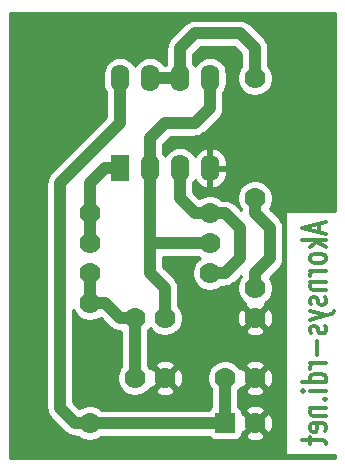
<source format=gbl>
G04 #@! TF.FileFunction,Copper,L2,Bot,Signal*
%FSLAX46Y46*%
G04 Gerber Fmt 4.6, Leading zero omitted, Abs format (unit mm)*
G04 Created by KiCad (PCBNEW 0.201412031631+5310~19~ubuntu14.04.1-product) date sáb 06 dic 2014 00:19:59 CET*
%MOMM*%
G01*
G04 APERTURE LIST*
%ADD10C,0.100000*%
%ADD11C,0.304800*%
%ADD12C,1.778000*%
%ADD13R,1.574800X2.286000*%
%ADD14O,1.574800X2.286000*%
%ADD15R,1.651000X1.651000*%
%ADD16C,1.016000*%
%ADD17C,0.254000*%
G04 APERTURE END LIST*
D10*
D11*
X157818667Y-99967144D02*
X157818667Y-100692858D01*
X158399238Y-99822001D02*
X156367238Y-100330001D01*
X158399238Y-100838001D01*
X158399238Y-101346001D02*
X156367238Y-101346001D01*
X157625143Y-101491144D02*
X158399238Y-101926573D01*
X157044571Y-101926573D02*
X157818667Y-101346001D01*
X158399238Y-102797429D02*
X158302476Y-102652287D01*
X158205714Y-102579715D01*
X158012190Y-102507144D01*
X157431619Y-102507144D01*
X157238095Y-102579715D01*
X157141333Y-102652287D01*
X157044571Y-102797429D01*
X157044571Y-103015144D01*
X157141333Y-103160287D01*
X157238095Y-103232858D01*
X157431619Y-103305429D01*
X158012190Y-103305429D01*
X158205714Y-103232858D01*
X158302476Y-103160287D01*
X158399238Y-103015144D01*
X158399238Y-102797429D01*
X158399238Y-103958572D02*
X157044571Y-103958572D01*
X157431619Y-103958572D02*
X157238095Y-104031144D01*
X157141333Y-104103715D01*
X157044571Y-104248858D01*
X157044571Y-104394001D01*
X157044571Y-104902001D02*
X158399238Y-104902001D01*
X157238095Y-104902001D02*
X157141333Y-104974573D01*
X157044571Y-105119715D01*
X157044571Y-105337430D01*
X157141333Y-105482573D01*
X157334857Y-105555144D01*
X158399238Y-105555144D01*
X158302476Y-106208287D02*
X158399238Y-106353430D01*
X158399238Y-106643715D01*
X158302476Y-106788858D01*
X158108952Y-106861430D01*
X158012190Y-106861430D01*
X157818667Y-106788858D01*
X157721905Y-106643715D01*
X157721905Y-106426001D01*
X157625143Y-106280858D01*
X157431619Y-106208287D01*
X157334857Y-106208287D01*
X157141333Y-106280858D01*
X157044571Y-106426001D01*
X157044571Y-106643715D01*
X157141333Y-106788858D01*
X157044571Y-107369429D02*
X158399238Y-107732286D01*
X157044571Y-108095144D02*
X158399238Y-107732286D01*
X158883048Y-107587144D01*
X158979810Y-107514572D01*
X159076571Y-107369429D01*
X158302476Y-108603144D02*
X158399238Y-108748287D01*
X158399238Y-109038572D01*
X158302476Y-109183715D01*
X158108952Y-109256287D01*
X158012190Y-109256287D01*
X157818667Y-109183715D01*
X157721905Y-109038572D01*
X157721905Y-108820858D01*
X157625143Y-108675715D01*
X157431619Y-108603144D01*
X157334857Y-108603144D01*
X157141333Y-108675715D01*
X157044571Y-108820858D01*
X157044571Y-109038572D01*
X157141333Y-109183715D01*
X157625143Y-109909429D02*
X157625143Y-111070572D01*
X158399238Y-111796286D02*
X157044571Y-111796286D01*
X157431619Y-111796286D02*
X157238095Y-111868858D01*
X157141333Y-111941429D01*
X157044571Y-112086572D01*
X157044571Y-112231715D01*
X158399238Y-113392858D02*
X156367238Y-113392858D01*
X158302476Y-113392858D02*
X158399238Y-113247715D01*
X158399238Y-112957429D01*
X158302476Y-112812287D01*
X158205714Y-112739715D01*
X158012190Y-112667144D01*
X157431619Y-112667144D01*
X157238095Y-112739715D01*
X157141333Y-112812287D01*
X157044571Y-112957429D01*
X157044571Y-113247715D01*
X157141333Y-113392858D01*
X158399238Y-114118572D02*
X157044571Y-114118572D01*
X156367238Y-114118572D02*
X156464000Y-114046001D01*
X156560762Y-114118572D01*
X156464000Y-114191144D01*
X156367238Y-114118572D01*
X156560762Y-114118572D01*
X158205714Y-114844286D02*
X158302476Y-114916858D01*
X158399238Y-114844286D01*
X158302476Y-114771715D01*
X158205714Y-114844286D01*
X158399238Y-114844286D01*
X157044571Y-115570000D02*
X158399238Y-115570000D01*
X157238095Y-115570000D02*
X157141333Y-115642572D01*
X157044571Y-115787714D01*
X157044571Y-116005429D01*
X157141333Y-116150572D01*
X157334857Y-116223143D01*
X158399238Y-116223143D01*
X158302476Y-117529429D02*
X158399238Y-117384286D01*
X158399238Y-117094000D01*
X158302476Y-116948857D01*
X158108952Y-116876286D01*
X157334857Y-116876286D01*
X157141333Y-116948857D01*
X157044571Y-117094000D01*
X157044571Y-117384286D01*
X157141333Y-117529429D01*
X157334857Y-117602000D01*
X157528381Y-117602000D01*
X157721905Y-116876286D01*
X157044571Y-118037429D02*
X157044571Y-118618000D01*
X156367238Y-118255143D02*
X158108952Y-118255143D01*
X158302476Y-118327715D01*
X158399238Y-118472857D01*
X158399238Y-118618000D01*
D12*
X144780000Y-107950000D03*
X142240000Y-107950000D03*
X149860000Y-113030000D03*
X152400000Y-113030000D03*
D13*
X140970000Y-95250000D03*
D14*
X143510000Y-95250000D03*
X146050000Y-95250000D03*
X148590000Y-95250000D03*
X148590000Y-87630000D03*
X146050000Y-87630000D03*
X143510000Y-87630000D03*
X140970000Y-87630000D03*
D12*
X152400000Y-105410000D03*
X152400000Y-107950000D03*
X142240000Y-113030000D03*
X144780000Y-113030000D03*
X152400000Y-97790000D03*
X152400000Y-87630000D03*
X138430000Y-101600000D03*
X148590000Y-101600000D03*
X138430000Y-99060000D03*
X148590000Y-99060000D03*
X148590000Y-104140000D03*
X138430000Y-104140000D03*
X138430000Y-116840000D03*
X138430000Y-106680000D03*
D15*
X149860000Y-116840000D03*
D12*
X152400000Y-116840000D03*
D16*
X152400000Y-85090000D02*
X152400000Y-87630000D01*
X146050000Y-87630000D02*
X146050000Y-85090000D01*
X147320000Y-83820000D02*
X151130000Y-83820000D01*
X146050000Y-85090000D02*
X147320000Y-83820000D01*
X143510000Y-87630000D02*
X146050000Y-87630000D01*
X151130000Y-83820000D02*
X152400000Y-85090000D01*
X140970000Y-107950000D02*
X139700000Y-106680000D01*
X142240000Y-113030000D02*
X142240000Y-107950000D01*
X138430000Y-106680000D02*
X139700000Y-106680000D01*
X139700000Y-106680000D02*
X138430000Y-106680000D01*
X142240000Y-107950000D02*
X140970000Y-107950000D01*
X138430000Y-104140000D02*
X138430000Y-106680000D01*
X149860000Y-104140000D02*
X148590000Y-104140000D01*
X151130000Y-100330000D02*
X151130000Y-102870000D01*
X149860000Y-99060000D02*
X151130000Y-100330000D01*
X148590000Y-99060000D02*
X149860000Y-99060000D01*
X146050000Y-97790000D02*
X147320000Y-99060000D01*
X147320000Y-99060000D02*
X148590000Y-99060000D01*
X146050000Y-95250000D02*
X146050000Y-97790000D01*
X151130000Y-102870000D02*
X149860000Y-104140000D01*
X152400000Y-105410000D02*
X152400000Y-104140000D01*
X152400000Y-99060000D02*
X152400000Y-97790000D01*
X153670000Y-100330000D02*
X152400000Y-99060000D01*
X153670000Y-102870000D02*
X153670000Y-100330000D01*
X152400000Y-104140000D02*
X153670000Y-102870000D01*
X140970000Y-95250000D02*
X139700000Y-95250000D01*
X138430000Y-96520000D02*
X138430000Y-99060000D01*
X139700000Y-95250000D02*
X138430000Y-96520000D01*
X138430000Y-101600000D02*
X138430000Y-99060000D01*
X144780000Y-91440000D02*
X147320000Y-91440000D01*
X143510000Y-104140000D02*
X143510000Y-101600000D01*
X144780000Y-105410000D02*
X143510000Y-104140000D01*
X148590000Y-101600000D02*
X143510000Y-101600000D01*
X143510000Y-101600000D02*
X143510000Y-95250000D01*
X143510000Y-95250000D02*
X143510000Y-92710000D01*
X148590000Y-90170000D02*
X148590000Y-87630000D01*
X143510000Y-92710000D02*
X144780000Y-91440000D01*
X144780000Y-107950000D02*
X144780000Y-105410000D01*
X147320000Y-91440000D02*
X148590000Y-90170000D01*
X135890000Y-96520000D02*
X140970000Y-91440000D01*
X135890000Y-115570000D02*
X135890000Y-96520000D01*
X137160000Y-116840000D02*
X135890000Y-115570000D01*
X138430000Y-116840000D02*
X149860000Y-116840000D01*
X149860000Y-116840000D02*
X149860000Y-113030000D01*
X138430000Y-116840000D02*
X137160000Y-116840000D01*
X140970000Y-91440000D02*
X140970000Y-87630000D01*
D17*
G36*
X159194500Y-119824500D02*
X154813000Y-119824500D01*
X154813000Y-102870000D01*
X154813000Y-100330000D01*
X154802694Y-100224894D01*
X154793495Y-100119743D01*
X154791818Y-100113972D01*
X154791232Y-100107990D01*
X154760727Y-100006954D01*
X154731260Y-99905526D01*
X154728491Y-99900184D01*
X154726756Y-99894437D01*
X154677206Y-99801247D01*
X154628600Y-99707477D01*
X154624851Y-99702781D01*
X154622029Y-99697473D01*
X154555305Y-99615661D01*
X154489429Y-99533140D01*
X154481177Y-99524773D01*
X154481039Y-99524603D01*
X154480881Y-99524472D01*
X154478223Y-99521777D01*
X153636937Y-98680491D01*
X153731522Y-98546410D01*
X153853084Y-98273377D01*
X153919299Y-97981932D01*
X153924065Y-97640564D01*
X153866014Y-97347384D01*
X153752123Y-97071063D01*
X153586730Y-96822127D01*
X153376135Y-96610056D01*
X153128359Y-96442929D01*
X152852840Y-96327112D01*
X152560072Y-96267015D01*
X152261208Y-96264929D01*
X151967630Y-96320932D01*
X151690520Y-96432891D01*
X151440435Y-96596542D01*
X151226899Y-96805652D01*
X151058047Y-97052255D01*
X150940309Y-97326959D01*
X150878170Y-97619299D01*
X150873997Y-97918142D01*
X150927949Y-98212104D01*
X151037971Y-98489988D01*
X151199872Y-98741210D01*
X151257000Y-98800367D01*
X151257000Y-98840554D01*
X150668223Y-98251777D01*
X150586606Y-98184736D01*
X150505757Y-98116895D01*
X150500492Y-98114001D01*
X150495846Y-98110184D01*
X150402791Y-98060288D01*
X150310276Y-98009428D01*
X150304544Y-98007609D01*
X150299250Y-98004771D01*
X150198321Y-97973913D01*
X150097643Y-97941977D01*
X150091668Y-97941306D01*
X150085922Y-97939550D01*
X150012400Y-97932081D01*
X150012400Y-95732600D01*
X150012400Y-95377000D01*
X150012400Y-95123000D01*
X150012400Y-94767400D01*
X149960293Y-94492344D01*
X149855526Y-94232738D01*
X149702125Y-93998560D01*
X149505986Y-93798808D01*
X149274646Y-93641159D01*
X149016996Y-93531672D01*
X148937060Y-93514990D01*
X148717000Y-93637148D01*
X148717000Y-95123000D01*
X150012400Y-95123000D01*
X150012400Y-95377000D01*
X148717000Y-95377000D01*
X148717000Y-96862852D01*
X148937060Y-96985010D01*
X149016996Y-96968328D01*
X149274646Y-96858841D01*
X149505986Y-96701192D01*
X149702125Y-96501440D01*
X149855526Y-96267262D01*
X149960293Y-96007656D01*
X150012400Y-95732600D01*
X150012400Y-97932081D01*
X149980921Y-97928884D01*
X149875959Y-97917111D01*
X149864208Y-97917029D01*
X149863989Y-97917007D01*
X149863784Y-97917026D01*
X149860000Y-97917000D01*
X149602821Y-97917000D01*
X149566135Y-97880056D01*
X149318359Y-97712929D01*
X149042840Y-97597112D01*
X148750072Y-97537015D01*
X148451208Y-97534929D01*
X148157630Y-97590932D01*
X147880520Y-97702891D01*
X147698468Y-97822022D01*
X147193000Y-97316554D01*
X147193000Y-96454328D01*
X147223641Y-96417812D01*
X147316825Y-96248310D01*
X147324474Y-96267262D01*
X147477875Y-96501440D01*
X147674014Y-96701192D01*
X147905354Y-96858841D01*
X148163004Y-96968328D01*
X148242940Y-96985010D01*
X148463000Y-96862852D01*
X148463000Y-95377000D01*
X148443000Y-95377000D01*
X148443000Y-95123000D01*
X148463000Y-95123000D01*
X148463000Y-93637148D01*
X148242940Y-93514990D01*
X148163004Y-93531672D01*
X147905354Y-93641159D01*
X147674014Y-93798808D01*
X147477875Y-93998560D01*
X147324474Y-94232738D01*
X147316520Y-94252446D01*
X147234747Y-94098653D01*
X147059293Y-93883525D01*
X146845396Y-93706574D01*
X146601202Y-93574539D01*
X146336013Y-93492449D01*
X146059930Y-93463432D01*
X145783469Y-93488592D01*
X145517160Y-93566971D01*
X145271146Y-93695583D01*
X145054799Y-93869531D01*
X144876359Y-94082188D01*
X144779587Y-94258214D01*
X144694747Y-94098653D01*
X144653000Y-94047466D01*
X144653000Y-93183446D01*
X145253446Y-92583000D01*
X147320000Y-92583000D01*
X147425105Y-92572694D01*
X147530257Y-92563495D01*
X147536027Y-92561818D01*
X147542010Y-92561232D01*
X147643058Y-92530723D01*
X147744473Y-92501260D01*
X147749812Y-92498492D01*
X147755563Y-92496756D01*
X147848731Y-92447217D01*
X147942523Y-92398601D01*
X147947222Y-92394849D01*
X147952527Y-92392029D01*
X148034310Y-92325327D01*
X148116860Y-92259429D01*
X148125226Y-92251177D01*
X148125397Y-92251039D01*
X148125527Y-92250881D01*
X148128223Y-92248223D01*
X149398223Y-90978223D01*
X149465241Y-90896633D01*
X149533105Y-90815757D01*
X149536000Y-90810489D01*
X149539815Y-90805846D01*
X149589689Y-90712830D01*
X149640572Y-90620276D01*
X149642390Y-90614544D01*
X149645229Y-90609250D01*
X149676086Y-90508321D01*
X149708023Y-90407643D01*
X149708693Y-90401668D01*
X149710450Y-90395922D01*
X149721116Y-90290916D01*
X149732889Y-90185959D01*
X149732970Y-90174209D01*
X149732993Y-90173990D01*
X149732973Y-90173785D01*
X149733000Y-90170000D01*
X149733000Y-88834328D01*
X149763641Y-88797812D01*
X149897378Y-88554546D01*
X149981317Y-88289937D01*
X150012261Y-88014063D01*
X150012400Y-87994203D01*
X150012400Y-87265797D01*
X149985311Y-86989518D01*
X149905074Y-86723762D01*
X149774747Y-86478653D01*
X149599293Y-86263525D01*
X149385396Y-86086574D01*
X149141202Y-85954539D01*
X148876013Y-85872449D01*
X148599930Y-85843432D01*
X148323469Y-85868592D01*
X148057160Y-85946971D01*
X147811146Y-86075583D01*
X147594799Y-86249531D01*
X147416359Y-86462188D01*
X147319587Y-86638214D01*
X147234747Y-86478653D01*
X147193000Y-86427466D01*
X147193000Y-85563446D01*
X147793446Y-84963000D01*
X150656554Y-84963000D01*
X151257000Y-85563446D01*
X151257000Y-86616174D01*
X151226899Y-86645652D01*
X151058047Y-86892255D01*
X150940309Y-87166959D01*
X150878170Y-87459299D01*
X150873997Y-87758142D01*
X150927949Y-88052104D01*
X151037971Y-88329988D01*
X151199872Y-88581210D01*
X151407486Y-88796200D01*
X151652904Y-88966770D01*
X151926779Y-89086423D01*
X152218679Y-89150602D01*
X152517486Y-89156861D01*
X152811817Y-89104962D01*
X153090462Y-88996883D01*
X153342808Y-88836739D01*
X153559243Y-88630631D01*
X153731522Y-88386410D01*
X153853084Y-88113377D01*
X153919299Y-87821932D01*
X153924065Y-87480564D01*
X153866014Y-87187384D01*
X153752123Y-86911063D01*
X153586730Y-86662127D01*
X153543000Y-86618090D01*
X153543000Y-85090000D01*
X153532694Y-84984894D01*
X153523495Y-84879743D01*
X153521818Y-84873972D01*
X153521232Y-84867990D01*
X153490727Y-84766954D01*
X153461260Y-84665526D01*
X153458491Y-84660184D01*
X153456756Y-84654437D01*
X153407206Y-84561247D01*
X153358600Y-84467477D01*
X153354851Y-84462781D01*
X153352029Y-84457473D01*
X153285305Y-84375661D01*
X153219429Y-84293140D01*
X153211177Y-84284773D01*
X153211039Y-84284603D01*
X153210881Y-84284472D01*
X153208223Y-84281777D01*
X151938223Y-83011777D01*
X151856606Y-82944736D01*
X151775757Y-82876895D01*
X151770492Y-82874001D01*
X151765846Y-82870184D01*
X151672791Y-82820288D01*
X151580276Y-82769428D01*
X151574544Y-82767609D01*
X151569250Y-82764771D01*
X151468321Y-82733913D01*
X151367643Y-82701977D01*
X151361668Y-82701306D01*
X151355922Y-82699550D01*
X151250921Y-82688884D01*
X151145959Y-82677111D01*
X151134208Y-82677029D01*
X151133989Y-82677007D01*
X151133784Y-82677026D01*
X151130000Y-82677000D01*
X147320000Y-82677000D01*
X147214894Y-82687305D01*
X147109743Y-82696505D01*
X147103972Y-82698181D01*
X147097990Y-82698768D01*
X146996954Y-82729272D01*
X146895526Y-82758740D01*
X146890184Y-82761508D01*
X146884437Y-82763244D01*
X146791247Y-82812793D01*
X146697477Y-82861400D01*
X146692781Y-82865148D01*
X146687473Y-82867971D01*
X146605661Y-82934694D01*
X146523140Y-83000571D01*
X146514773Y-83008822D01*
X146514603Y-83008961D01*
X146514472Y-83009118D01*
X146511777Y-83011777D01*
X145241777Y-84281777D01*
X145174736Y-84363393D01*
X145106895Y-84444243D01*
X145104001Y-84449507D01*
X145100184Y-84454154D01*
X145050288Y-84547208D01*
X144999428Y-84639724D01*
X144997609Y-84645455D01*
X144994771Y-84650750D01*
X144963913Y-84751678D01*
X144931977Y-84852357D01*
X144931306Y-84858331D01*
X144929550Y-84864078D01*
X144918884Y-84969078D01*
X144907111Y-85074041D01*
X144907029Y-85085791D01*
X144907007Y-85086011D01*
X144907026Y-85086215D01*
X144907000Y-85090000D01*
X144907000Y-86425671D01*
X144876359Y-86462188D01*
X144862718Y-86487000D01*
X144699185Y-86487000D01*
X144694747Y-86478653D01*
X144519293Y-86263525D01*
X144305396Y-86086574D01*
X144061202Y-85954539D01*
X143796013Y-85872449D01*
X143519930Y-85843432D01*
X143243469Y-85868592D01*
X142977160Y-85946971D01*
X142731146Y-86075583D01*
X142514799Y-86249531D01*
X142336359Y-86462188D01*
X142239587Y-86638214D01*
X142154747Y-86478653D01*
X141979293Y-86263525D01*
X141765396Y-86086574D01*
X141521202Y-85954539D01*
X141256013Y-85872449D01*
X140979930Y-85843432D01*
X140703469Y-85868592D01*
X140437160Y-85946971D01*
X140191146Y-86075583D01*
X139974799Y-86249531D01*
X139796359Y-86462188D01*
X139662622Y-86705454D01*
X139578683Y-86970063D01*
X139547739Y-87245937D01*
X139547600Y-87265797D01*
X139547600Y-87994203D01*
X139574689Y-88270482D01*
X139654926Y-88536238D01*
X139785253Y-88781347D01*
X139827000Y-88832533D01*
X139827000Y-90966554D01*
X135081777Y-95711777D01*
X135014736Y-95793393D01*
X134946895Y-95874243D01*
X134944001Y-95879507D01*
X134940184Y-95884154D01*
X134890288Y-95977208D01*
X134839428Y-96069724D01*
X134837609Y-96075455D01*
X134834771Y-96080750D01*
X134803913Y-96181678D01*
X134771977Y-96282357D01*
X134771306Y-96288331D01*
X134769550Y-96294078D01*
X134758884Y-96399078D01*
X134747111Y-96504041D01*
X134747029Y-96515791D01*
X134747007Y-96516011D01*
X134747026Y-96516215D01*
X134747000Y-96520000D01*
X134747000Y-115570000D01*
X134757305Y-115675105D01*
X134766505Y-115780257D01*
X134768181Y-115786027D01*
X134768768Y-115792010D01*
X134799276Y-115893058D01*
X134828740Y-115994473D01*
X134831507Y-115999812D01*
X134833244Y-116005563D01*
X134882782Y-116098731D01*
X134931399Y-116192523D01*
X134935150Y-116197222D01*
X134937971Y-116202527D01*
X135004672Y-116284310D01*
X135070571Y-116366860D01*
X135078822Y-116375226D01*
X135078961Y-116375397D01*
X135079118Y-116375527D01*
X135081777Y-116378223D01*
X136351777Y-117648223D01*
X136433366Y-117715241D01*
X136514243Y-117783105D01*
X136519510Y-117786000D01*
X136524154Y-117789815D01*
X136617169Y-117839689D01*
X136709724Y-117890572D01*
X136715455Y-117892390D01*
X136720750Y-117895229D01*
X136821678Y-117926086D01*
X136922357Y-117958023D01*
X136928331Y-117958693D01*
X136934078Y-117960450D01*
X137039083Y-117971116D01*
X137144041Y-117982889D01*
X137155790Y-117982970D01*
X137156010Y-117982993D01*
X137156214Y-117982973D01*
X137160000Y-117983000D01*
X137415081Y-117983000D01*
X137437486Y-118006200D01*
X137682904Y-118176770D01*
X137956779Y-118296423D01*
X138248679Y-118360602D01*
X138547486Y-118366861D01*
X138841817Y-118314962D01*
X139120462Y-118206883D01*
X139372808Y-118046739D01*
X139439740Y-117983000D01*
X148487043Y-117983000D01*
X148557174Y-118088934D01*
X148693708Y-118204942D01*
X148857111Y-118278419D01*
X149034500Y-118303572D01*
X150685500Y-118303572D01*
X150788543Y-118295197D01*
X150959541Y-118241727D01*
X151108934Y-118142826D01*
X151224942Y-118006292D01*
X151298419Y-117842889D01*
X151317533Y-117708088D01*
X151343769Y-117716626D01*
X152220395Y-116840000D01*
X151343769Y-115963374D01*
X151320044Y-115971094D01*
X151315197Y-115911457D01*
X151261727Y-115740459D01*
X151162826Y-115591066D01*
X151026292Y-115475058D01*
X151003000Y-115464584D01*
X151003000Y-114046098D01*
X151019243Y-114030631D01*
X151150977Y-113843885D01*
X151343769Y-113906626D01*
X152220395Y-113030000D01*
X151343769Y-112153374D01*
X151149383Y-112216633D01*
X151046730Y-112062127D01*
X150836135Y-111850056D01*
X150588359Y-111682929D01*
X150312840Y-111567112D01*
X150020072Y-111507015D01*
X149721208Y-111504929D01*
X149427630Y-111560932D01*
X149150520Y-111672891D01*
X148900435Y-111836542D01*
X148686899Y-112045652D01*
X148518047Y-112292255D01*
X148400309Y-112566959D01*
X148338170Y-112859299D01*
X148333997Y-113158142D01*
X148387949Y-113452104D01*
X148497971Y-113729988D01*
X148659872Y-113981210D01*
X148717000Y-114040367D01*
X148717000Y-115467043D01*
X148611066Y-115537174D01*
X148495058Y-115673708D01*
X148484584Y-115697000D01*
X146309908Y-115697000D01*
X146309908Y-112963012D01*
X146267443Y-112665829D01*
X146167816Y-112382641D01*
X146089289Y-112235727D01*
X145836231Y-112153374D01*
X145656626Y-112332979D01*
X145656626Y-111973769D01*
X145574273Y-111720711D01*
X145303582Y-111590914D01*
X145012770Y-111516420D01*
X144713012Y-111500092D01*
X144415829Y-111542557D01*
X144132641Y-111642184D01*
X143985727Y-111720711D01*
X143903374Y-111973769D01*
X144780000Y-112850395D01*
X145656626Y-111973769D01*
X145656626Y-112332979D01*
X144959605Y-113030000D01*
X145836231Y-113906626D01*
X146089289Y-113824273D01*
X146219086Y-113553582D01*
X146293580Y-113262770D01*
X146309908Y-112963012D01*
X146309908Y-115697000D01*
X145656626Y-115697000D01*
X145656626Y-114086231D01*
X144780000Y-113209605D01*
X143903374Y-114086231D01*
X143985727Y-114339289D01*
X144256418Y-114469086D01*
X144547230Y-114543580D01*
X144846988Y-114559908D01*
X145144171Y-114517443D01*
X145427359Y-114417816D01*
X145574273Y-114339289D01*
X145656626Y-114086231D01*
X145656626Y-115697000D01*
X139442821Y-115697000D01*
X139406135Y-115660056D01*
X139158359Y-115492929D01*
X138882840Y-115377112D01*
X138590072Y-115317015D01*
X138291208Y-115314929D01*
X137997630Y-115370932D01*
X137720520Y-115482891D01*
X137538468Y-115602022D01*
X137033000Y-115096554D01*
X137033000Y-107291661D01*
X137067971Y-107379988D01*
X137229872Y-107631210D01*
X137437486Y-107846200D01*
X137682904Y-108016770D01*
X137956779Y-108136423D01*
X138248679Y-108200602D01*
X138547486Y-108206861D01*
X138841817Y-108154962D01*
X139120462Y-108046883D01*
X139322328Y-107918774D01*
X140161777Y-108758223D01*
X140243366Y-108825241D01*
X140324243Y-108893105D01*
X140329510Y-108896000D01*
X140334154Y-108899815D01*
X140427169Y-108949689D01*
X140519724Y-109000572D01*
X140525455Y-109002390D01*
X140530750Y-109005229D01*
X140631678Y-109036086D01*
X140732357Y-109068023D01*
X140738331Y-109068693D01*
X140744078Y-109070450D01*
X140849083Y-109081116D01*
X140954041Y-109092889D01*
X140965790Y-109092970D01*
X140966010Y-109092993D01*
X140966214Y-109092973D01*
X140970000Y-109093000D01*
X141097000Y-109093000D01*
X141097000Y-112016174D01*
X141066899Y-112045652D01*
X140898047Y-112292255D01*
X140780309Y-112566959D01*
X140718170Y-112859299D01*
X140713997Y-113158142D01*
X140767949Y-113452104D01*
X140877971Y-113729988D01*
X141039872Y-113981210D01*
X141247486Y-114196200D01*
X141492904Y-114366770D01*
X141766779Y-114486423D01*
X142058679Y-114550602D01*
X142357486Y-114556861D01*
X142651817Y-114504962D01*
X142930462Y-114396883D01*
X143182808Y-114236739D01*
X143399243Y-114030631D01*
X143530977Y-113843885D01*
X143723769Y-113906626D01*
X144600395Y-113030000D01*
X143723769Y-112153374D01*
X143529383Y-112216633D01*
X143426730Y-112062127D01*
X143383000Y-112018090D01*
X143383000Y-108966098D01*
X143399243Y-108950631D01*
X143510280Y-108793225D01*
X143579872Y-108901210D01*
X143787486Y-109116200D01*
X144032904Y-109286770D01*
X144306779Y-109406423D01*
X144598679Y-109470602D01*
X144897486Y-109476861D01*
X145191817Y-109424962D01*
X145470462Y-109316883D01*
X145722808Y-109156739D01*
X145939243Y-108950631D01*
X146111522Y-108706410D01*
X146233084Y-108433377D01*
X146299299Y-108141932D01*
X146304065Y-107800564D01*
X146246014Y-107507384D01*
X146132123Y-107231063D01*
X145966730Y-106982127D01*
X145923000Y-106938090D01*
X145923000Y-105410000D01*
X145912694Y-105304894D01*
X145903495Y-105199743D01*
X145901818Y-105193972D01*
X145901232Y-105187990D01*
X145870727Y-105086954D01*
X145841260Y-104985526D01*
X145838491Y-104980184D01*
X145836756Y-104974437D01*
X145787206Y-104881247D01*
X145738600Y-104787477D01*
X145734851Y-104782781D01*
X145732029Y-104777473D01*
X145665305Y-104695661D01*
X145599429Y-104613140D01*
X145591177Y-104604773D01*
X145591039Y-104604603D01*
X145590881Y-104604472D01*
X145588223Y-104601777D01*
X144653000Y-103666554D01*
X144653000Y-102743000D01*
X147575081Y-102743000D01*
X147597486Y-102766200D01*
X147747110Y-102870191D01*
X147630435Y-102946542D01*
X147416899Y-103155652D01*
X147248047Y-103402255D01*
X147130309Y-103676959D01*
X147068170Y-103969299D01*
X147063997Y-104268142D01*
X147117949Y-104562104D01*
X147227971Y-104839988D01*
X147389872Y-105091210D01*
X147597486Y-105306200D01*
X147842904Y-105476770D01*
X148116779Y-105596423D01*
X148408679Y-105660602D01*
X148707486Y-105666861D01*
X149001817Y-105614962D01*
X149280462Y-105506883D01*
X149532808Y-105346739D01*
X149599740Y-105283000D01*
X149860000Y-105283000D01*
X149965105Y-105272694D01*
X150070257Y-105263495D01*
X150076027Y-105261818D01*
X150082010Y-105261232D01*
X150183058Y-105230723D01*
X150284473Y-105201260D01*
X150289812Y-105198492D01*
X150295563Y-105196756D01*
X150388731Y-105147217D01*
X150482523Y-105098601D01*
X150487222Y-105094849D01*
X150492527Y-105092029D01*
X150574310Y-105025327D01*
X150656860Y-104959429D01*
X150665226Y-104951177D01*
X150665397Y-104951039D01*
X150665527Y-104950881D01*
X150668223Y-104948223D01*
X151257000Y-104359446D01*
X151257000Y-104396174D01*
X151226899Y-104425652D01*
X151058047Y-104672255D01*
X150940309Y-104946959D01*
X150878170Y-105239299D01*
X150873997Y-105538142D01*
X150927949Y-105832104D01*
X151037971Y-106109988D01*
X151199872Y-106361210D01*
X151407486Y-106576200D01*
X151586280Y-106700465D01*
X151523374Y-106893769D01*
X152400000Y-107770395D01*
X153276626Y-106893769D01*
X153213232Y-106698970D01*
X153342808Y-106616739D01*
X153559243Y-106410631D01*
X153731522Y-106166410D01*
X153853084Y-105893377D01*
X153919299Y-105601932D01*
X153924065Y-105260564D01*
X153866014Y-104967384D01*
X153752123Y-104691063D01*
X153637661Y-104518784D01*
X154478223Y-103678223D01*
X154545241Y-103596633D01*
X154613105Y-103515757D01*
X154616000Y-103510489D01*
X154619815Y-103505846D01*
X154669689Y-103412830D01*
X154720572Y-103320276D01*
X154722390Y-103314544D01*
X154725229Y-103309250D01*
X154756086Y-103208321D01*
X154788023Y-103107643D01*
X154788693Y-103101668D01*
X154790450Y-103095922D01*
X154801116Y-102990916D01*
X154812889Y-102885959D01*
X154812970Y-102874209D01*
X154812993Y-102873990D01*
X154812973Y-102873785D01*
X154813000Y-102870000D01*
X154813000Y-119824500D01*
X153929908Y-119824500D01*
X153929908Y-116773012D01*
X153929908Y-112963012D01*
X153929908Y-107883012D01*
X153887443Y-107585829D01*
X153787816Y-107302641D01*
X153709289Y-107155727D01*
X153456231Y-107073374D01*
X152579605Y-107950000D01*
X153456231Y-108826626D01*
X153709289Y-108744273D01*
X153839086Y-108473582D01*
X153913580Y-108182770D01*
X153929908Y-107883012D01*
X153929908Y-112963012D01*
X153887443Y-112665829D01*
X153787816Y-112382641D01*
X153709289Y-112235727D01*
X153456231Y-112153374D01*
X153276626Y-112332979D01*
X153276626Y-111973769D01*
X153276626Y-109006231D01*
X152400000Y-108129605D01*
X152220395Y-108309210D01*
X152220395Y-107950000D01*
X151343769Y-107073374D01*
X151090711Y-107155727D01*
X150960914Y-107426418D01*
X150886420Y-107717230D01*
X150870092Y-108016988D01*
X150912557Y-108314171D01*
X151012184Y-108597359D01*
X151090711Y-108744273D01*
X151343769Y-108826626D01*
X152220395Y-107950000D01*
X152220395Y-108309210D01*
X151523374Y-109006231D01*
X151605727Y-109259289D01*
X151876418Y-109389086D01*
X152167230Y-109463580D01*
X152466988Y-109479908D01*
X152764171Y-109437443D01*
X153047359Y-109337816D01*
X153194273Y-109259289D01*
X153276626Y-109006231D01*
X153276626Y-111973769D01*
X153194273Y-111720711D01*
X152923582Y-111590914D01*
X152632770Y-111516420D01*
X152333012Y-111500092D01*
X152035829Y-111542557D01*
X151752641Y-111642184D01*
X151605727Y-111720711D01*
X151523374Y-111973769D01*
X152400000Y-112850395D01*
X153276626Y-111973769D01*
X153276626Y-112332979D01*
X152579605Y-113030000D01*
X153456231Y-113906626D01*
X153709289Y-113824273D01*
X153839086Y-113553582D01*
X153913580Y-113262770D01*
X153929908Y-112963012D01*
X153929908Y-116773012D01*
X153887443Y-116475829D01*
X153787816Y-116192641D01*
X153709289Y-116045727D01*
X153456231Y-115963374D01*
X153276626Y-116142979D01*
X153276626Y-115783769D01*
X153276626Y-114086231D01*
X152400000Y-113209605D01*
X151523374Y-114086231D01*
X151605727Y-114339289D01*
X151876418Y-114469086D01*
X152167230Y-114543580D01*
X152466988Y-114559908D01*
X152764171Y-114517443D01*
X153047359Y-114417816D01*
X153194273Y-114339289D01*
X153276626Y-114086231D01*
X153276626Y-115783769D01*
X153194273Y-115530711D01*
X152923582Y-115400914D01*
X152632770Y-115326420D01*
X152333012Y-115310092D01*
X152035829Y-115352557D01*
X151752641Y-115452184D01*
X151605727Y-115530711D01*
X151523374Y-115783769D01*
X152400000Y-116660395D01*
X153276626Y-115783769D01*
X153276626Y-116142979D01*
X152579605Y-116840000D01*
X153456231Y-117716626D01*
X153709289Y-117634273D01*
X153839086Y-117363582D01*
X153913580Y-117072770D01*
X153929908Y-116773012D01*
X153929908Y-119824500D01*
X153276626Y-119824500D01*
X153276626Y-117896231D01*
X152400000Y-117019605D01*
X151523374Y-117896231D01*
X151605727Y-118149289D01*
X151876418Y-118279086D01*
X152167230Y-118353580D01*
X152466988Y-118369908D01*
X152764171Y-118327443D01*
X153047359Y-118227816D01*
X153194273Y-118149289D01*
X153276626Y-117896231D01*
X153276626Y-119824500D01*
X131635500Y-119824500D01*
X131635500Y-82105500D01*
X159194500Y-82105500D01*
X159194500Y-98889457D01*
X154965400Y-98889457D01*
X154965400Y-119550542D01*
X159194500Y-119550542D01*
X159194500Y-119824500D01*
X159194500Y-119824500D01*
G37*
X159194500Y-119824500D02*
X154813000Y-119824500D01*
X154813000Y-102870000D01*
X154813000Y-100330000D01*
X154802694Y-100224894D01*
X154793495Y-100119743D01*
X154791818Y-100113972D01*
X154791232Y-100107990D01*
X154760727Y-100006954D01*
X154731260Y-99905526D01*
X154728491Y-99900184D01*
X154726756Y-99894437D01*
X154677206Y-99801247D01*
X154628600Y-99707477D01*
X154624851Y-99702781D01*
X154622029Y-99697473D01*
X154555305Y-99615661D01*
X154489429Y-99533140D01*
X154481177Y-99524773D01*
X154481039Y-99524603D01*
X154480881Y-99524472D01*
X154478223Y-99521777D01*
X153636937Y-98680491D01*
X153731522Y-98546410D01*
X153853084Y-98273377D01*
X153919299Y-97981932D01*
X153924065Y-97640564D01*
X153866014Y-97347384D01*
X153752123Y-97071063D01*
X153586730Y-96822127D01*
X153376135Y-96610056D01*
X153128359Y-96442929D01*
X152852840Y-96327112D01*
X152560072Y-96267015D01*
X152261208Y-96264929D01*
X151967630Y-96320932D01*
X151690520Y-96432891D01*
X151440435Y-96596542D01*
X151226899Y-96805652D01*
X151058047Y-97052255D01*
X150940309Y-97326959D01*
X150878170Y-97619299D01*
X150873997Y-97918142D01*
X150927949Y-98212104D01*
X151037971Y-98489988D01*
X151199872Y-98741210D01*
X151257000Y-98800367D01*
X151257000Y-98840554D01*
X150668223Y-98251777D01*
X150586606Y-98184736D01*
X150505757Y-98116895D01*
X150500492Y-98114001D01*
X150495846Y-98110184D01*
X150402791Y-98060288D01*
X150310276Y-98009428D01*
X150304544Y-98007609D01*
X150299250Y-98004771D01*
X150198321Y-97973913D01*
X150097643Y-97941977D01*
X150091668Y-97941306D01*
X150085922Y-97939550D01*
X150012400Y-97932081D01*
X150012400Y-95732600D01*
X150012400Y-95377000D01*
X150012400Y-95123000D01*
X150012400Y-94767400D01*
X149960293Y-94492344D01*
X149855526Y-94232738D01*
X149702125Y-93998560D01*
X149505986Y-93798808D01*
X149274646Y-93641159D01*
X149016996Y-93531672D01*
X148937060Y-93514990D01*
X148717000Y-93637148D01*
X148717000Y-95123000D01*
X150012400Y-95123000D01*
X150012400Y-95377000D01*
X148717000Y-95377000D01*
X148717000Y-96862852D01*
X148937060Y-96985010D01*
X149016996Y-96968328D01*
X149274646Y-96858841D01*
X149505986Y-96701192D01*
X149702125Y-96501440D01*
X149855526Y-96267262D01*
X149960293Y-96007656D01*
X150012400Y-95732600D01*
X150012400Y-97932081D01*
X149980921Y-97928884D01*
X149875959Y-97917111D01*
X149864208Y-97917029D01*
X149863989Y-97917007D01*
X149863784Y-97917026D01*
X149860000Y-97917000D01*
X149602821Y-97917000D01*
X149566135Y-97880056D01*
X149318359Y-97712929D01*
X149042840Y-97597112D01*
X148750072Y-97537015D01*
X148451208Y-97534929D01*
X148157630Y-97590932D01*
X147880520Y-97702891D01*
X147698468Y-97822022D01*
X147193000Y-97316554D01*
X147193000Y-96454328D01*
X147223641Y-96417812D01*
X147316825Y-96248310D01*
X147324474Y-96267262D01*
X147477875Y-96501440D01*
X147674014Y-96701192D01*
X147905354Y-96858841D01*
X148163004Y-96968328D01*
X148242940Y-96985010D01*
X148463000Y-96862852D01*
X148463000Y-95377000D01*
X148443000Y-95377000D01*
X148443000Y-95123000D01*
X148463000Y-95123000D01*
X148463000Y-93637148D01*
X148242940Y-93514990D01*
X148163004Y-93531672D01*
X147905354Y-93641159D01*
X147674014Y-93798808D01*
X147477875Y-93998560D01*
X147324474Y-94232738D01*
X147316520Y-94252446D01*
X147234747Y-94098653D01*
X147059293Y-93883525D01*
X146845396Y-93706574D01*
X146601202Y-93574539D01*
X146336013Y-93492449D01*
X146059930Y-93463432D01*
X145783469Y-93488592D01*
X145517160Y-93566971D01*
X145271146Y-93695583D01*
X145054799Y-93869531D01*
X144876359Y-94082188D01*
X144779587Y-94258214D01*
X144694747Y-94098653D01*
X144653000Y-94047466D01*
X144653000Y-93183446D01*
X145253446Y-92583000D01*
X147320000Y-92583000D01*
X147425105Y-92572694D01*
X147530257Y-92563495D01*
X147536027Y-92561818D01*
X147542010Y-92561232D01*
X147643058Y-92530723D01*
X147744473Y-92501260D01*
X147749812Y-92498492D01*
X147755563Y-92496756D01*
X147848731Y-92447217D01*
X147942523Y-92398601D01*
X147947222Y-92394849D01*
X147952527Y-92392029D01*
X148034310Y-92325327D01*
X148116860Y-92259429D01*
X148125226Y-92251177D01*
X148125397Y-92251039D01*
X148125527Y-92250881D01*
X148128223Y-92248223D01*
X149398223Y-90978223D01*
X149465241Y-90896633D01*
X149533105Y-90815757D01*
X149536000Y-90810489D01*
X149539815Y-90805846D01*
X149589689Y-90712830D01*
X149640572Y-90620276D01*
X149642390Y-90614544D01*
X149645229Y-90609250D01*
X149676086Y-90508321D01*
X149708023Y-90407643D01*
X149708693Y-90401668D01*
X149710450Y-90395922D01*
X149721116Y-90290916D01*
X149732889Y-90185959D01*
X149732970Y-90174209D01*
X149732993Y-90173990D01*
X149732973Y-90173785D01*
X149733000Y-90170000D01*
X149733000Y-88834328D01*
X149763641Y-88797812D01*
X149897378Y-88554546D01*
X149981317Y-88289937D01*
X150012261Y-88014063D01*
X150012400Y-87994203D01*
X150012400Y-87265797D01*
X149985311Y-86989518D01*
X149905074Y-86723762D01*
X149774747Y-86478653D01*
X149599293Y-86263525D01*
X149385396Y-86086574D01*
X149141202Y-85954539D01*
X148876013Y-85872449D01*
X148599930Y-85843432D01*
X148323469Y-85868592D01*
X148057160Y-85946971D01*
X147811146Y-86075583D01*
X147594799Y-86249531D01*
X147416359Y-86462188D01*
X147319587Y-86638214D01*
X147234747Y-86478653D01*
X147193000Y-86427466D01*
X147193000Y-85563446D01*
X147793446Y-84963000D01*
X150656554Y-84963000D01*
X151257000Y-85563446D01*
X151257000Y-86616174D01*
X151226899Y-86645652D01*
X151058047Y-86892255D01*
X150940309Y-87166959D01*
X150878170Y-87459299D01*
X150873997Y-87758142D01*
X150927949Y-88052104D01*
X151037971Y-88329988D01*
X151199872Y-88581210D01*
X151407486Y-88796200D01*
X151652904Y-88966770D01*
X151926779Y-89086423D01*
X152218679Y-89150602D01*
X152517486Y-89156861D01*
X152811817Y-89104962D01*
X153090462Y-88996883D01*
X153342808Y-88836739D01*
X153559243Y-88630631D01*
X153731522Y-88386410D01*
X153853084Y-88113377D01*
X153919299Y-87821932D01*
X153924065Y-87480564D01*
X153866014Y-87187384D01*
X153752123Y-86911063D01*
X153586730Y-86662127D01*
X153543000Y-86618090D01*
X153543000Y-85090000D01*
X153532694Y-84984894D01*
X153523495Y-84879743D01*
X153521818Y-84873972D01*
X153521232Y-84867990D01*
X153490727Y-84766954D01*
X153461260Y-84665526D01*
X153458491Y-84660184D01*
X153456756Y-84654437D01*
X153407206Y-84561247D01*
X153358600Y-84467477D01*
X153354851Y-84462781D01*
X153352029Y-84457473D01*
X153285305Y-84375661D01*
X153219429Y-84293140D01*
X153211177Y-84284773D01*
X153211039Y-84284603D01*
X153210881Y-84284472D01*
X153208223Y-84281777D01*
X151938223Y-83011777D01*
X151856606Y-82944736D01*
X151775757Y-82876895D01*
X151770492Y-82874001D01*
X151765846Y-82870184D01*
X151672791Y-82820288D01*
X151580276Y-82769428D01*
X151574544Y-82767609D01*
X151569250Y-82764771D01*
X151468321Y-82733913D01*
X151367643Y-82701977D01*
X151361668Y-82701306D01*
X151355922Y-82699550D01*
X151250921Y-82688884D01*
X151145959Y-82677111D01*
X151134208Y-82677029D01*
X151133989Y-82677007D01*
X151133784Y-82677026D01*
X151130000Y-82677000D01*
X147320000Y-82677000D01*
X147214894Y-82687305D01*
X147109743Y-82696505D01*
X147103972Y-82698181D01*
X147097990Y-82698768D01*
X146996954Y-82729272D01*
X146895526Y-82758740D01*
X146890184Y-82761508D01*
X146884437Y-82763244D01*
X146791247Y-82812793D01*
X146697477Y-82861400D01*
X146692781Y-82865148D01*
X146687473Y-82867971D01*
X146605661Y-82934694D01*
X146523140Y-83000571D01*
X146514773Y-83008822D01*
X146514603Y-83008961D01*
X146514472Y-83009118D01*
X146511777Y-83011777D01*
X145241777Y-84281777D01*
X145174736Y-84363393D01*
X145106895Y-84444243D01*
X145104001Y-84449507D01*
X145100184Y-84454154D01*
X145050288Y-84547208D01*
X144999428Y-84639724D01*
X144997609Y-84645455D01*
X144994771Y-84650750D01*
X144963913Y-84751678D01*
X144931977Y-84852357D01*
X144931306Y-84858331D01*
X144929550Y-84864078D01*
X144918884Y-84969078D01*
X144907111Y-85074041D01*
X144907029Y-85085791D01*
X144907007Y-85086011D01*
X144907026Y-85086215D01*
X144907000Y-85090000D01*
X144907000Y-86425671D01*
X144876359Y-86462188D01*
X144862718Y-86487000D01*
X144699185Y-86487000D01*
X144694747Y-86478653D01*
X144519293Y-86263525D01*
X144305396Y-86086574D01*
X144061202Y-85954539D01*
X143796013Y-85872449D01*
X143519930Y-85843432D01*
X143243469Y-85868592D01*
X142977160Y-85946971D01*
X142731146Y-86075583D01*
X142514799Y-86249531D01*
X142336359Y-86462188D01*
X142239587Y-86638214D01*
X142154747Y-86478653D01*
X141979293Y-86263525D01*
X141765396Y-86086574D01*
X141521202Y-85954539D01*
X141256013Y-85872449D01*
X140979930Y-85843432D01*
X140703469Y-85868592D01*
X140437160Y-85946971D01*
X140191146Y-86075583D01*
X139974799Y-86249531D01*
X139796359Y-86462188D01*
X139662622Y-86705454D01*
X139578683Y-86970063D01*
X139547739Y-87245937D01*
X139547600Y-87265797D01*
X139547600Y-87994203D01*
X139574689Y-88270482D01*
X139654926Y-88536238D01*
X139785253Y-88781347D01*
X139827000Y-88832533D01*
X139827000Y-90966554D01*
X135081777Y-95711777D01*
X135014736Y-95793393D01*
X134946895Y-95874243D01*
X134944001Y-95879507D01*
X134940184Y-95884154D01*
X134890288Y-95977208D01*
X134839428Y-96069724D01*
X134837609Y-96075455D01*
X134834771Y-96080750D01*
X134803913Y-96181678D01*
X134771977Y-96282357D01*
X134771306Y-96288331D01*
X134769550Y-96294078D01*
X134758884Y-96399078D01*
X134747111Y-96504041D01*
X134747029Y-96515791D01*
X134747007Y-96516011D01*
X134747026Y-96516215D01*
X134747000Y-96520000D01*
X134747000Y-115570000D01*
X134757305Y-115675105D01*
X134766505Y-115780257D01*
X134768181Y-115786027D01*
X134768768Y-115792010D01*
X134799276Y-115893058D01*
X134828740Y-115994473D01*
X134831507Y-115999812D01*
X134833244Y-116005563D01*
X134882782Y-116098731D01*
X134931399Y-116192523D01*
X134935150Y-116197222D01*
X134937971Y-116202527D01*
X135004672Y-116284310D01*
X135070571Y-116366860D01*
X135078822Y-116375226D01*
X135078961Y-116375397D01*
X135079118Y-116375527D01*
X135081777Y-116378223D01*
X136351777Y-117648223D01*
X136433366Y-117715241D01*
X136514243Y-117783105D01*
X136519510Y-117786000D01*
X136524154Y-117789815D01*
X136617169Y-117839689D01*
X136709724Y-117890572D01*
X136715455Y-117892390D01*
X136720750Y-117895229D01*
X136821678Y-117926086D01*
X136922357Y-117958023D01*
X136928331Y-117958693D01*
X136934078Y-117960450D01*
X137039083Y-117971116D01*
X137144041Y-117982889D01*
X137155790Y-117982970D01*
X137156010Y-117982993D01*
X137156214Y-117982973D01*
X137160000Y-117983000D01*
X137415081Y-117983000D01*
X137437486Y-118006200D01*
X137682904Y-118176770D01*
X137956779Y-118296423D01*
X138248679Y-118360602D01*
X138547486Y-118366861D01*
X138841817Y-118314962D01*
X139120462Y-118206883D01*
X139372808Y-118046739D01*
X139439740Y-117983000D01*
X148487043Y-117983000D01*
X148557174Y-118088934D01*
X148693708Y-118204942D01*
X148857111Y-118278419D01*
X149034500Y-118303572D01*
X150685500Y-118303572D01*
X150788543Y-118295197D01*
X150959541Y-118241727D01*
X151108934Y-118142826D01*
X151224942Y-118006292D01*
X151298419Y-117842889D01*
X151317533Y-117708088D01*
X151343769Y-117716626D01*
X152220395Y-116840000D01*
X151343769Y-115963374D01*
X151320044Y-115971094D01*
X151315197Y-115911457D01*
X151261727Y-115740459D01*
X151162826Y-115591066D01*
X151026292Y-115475058D01*
X151003000Y-115464584D01*
X151003000Y-114046098D01*
X151019243Y-114030631D01*
X151150977Y-113843885D01*
X151343769Y-113906626D01*
X152220395Y-113030000D01*
X151343769Y-112153374D01*
X151149383Y-112216633D01*
X151046730Y-112062127D01*
X150836135Y-111850056D01*
X150588359Y-111682929D01*
X150312840Y-111567112D01*
X150020072Y-111507015D01*
X149721208Y-111504929D01*
X149427630Y-111560932D01*
X149150520Y-111672891D01*
X148900435Y-111836542D01*
X148686899Y-112045652D01*
X148518047Y-112292255D01*
X148400309Y-112566959D01*
X148338170Y-112859299D01*
X148333997Y-113158142D01*
X148387949Y-113452104D01*
X148497971Y-113729988D01*
X148659872Y-113981210D01*
X148717000Y-114040367D01*
X148717000Y-115467043D01*
X148611066Y-115537174D01*
X148495058Y-115673708D01*
X148484584Y-115697000D01*
X146309908Y-115697000D01*
X146309908Y-112963012D01*
X146267443Y-112665829D01*
X146167816Y-112382641D01*
X146089289Y-112235727D01*
X145836231Y-112153374D01*
X145656626Y-112332979D01*
X145656626Y-111973769D01*
X145574273Y-111720711D01*
X145303582Y-111590914D01*
X145012770Y-111516420D01*
X144713012Y-111500092D01*
X144415829Y-111542557D01*
X144132641Y-111642184D01*
X143985727Y-111720711D01*
X143903374Y-111973769D01*
X144780000Y-112850395D01*
X145656626Y-111973769D01*
X145656626Y-112332979D01*
X144959605Y-113030000D01*
X145836231Y-113906626D01*
X146089289Y-113824273D01*
X146219086Y-113553582D01*
X146293580Y-113262770D01*
X146309908Y-112963012D01*
X146309908Y-115697000D01*
X145656626Y-115697000D01*
X145656626Y-114086231D01*
X144780000Y-113209605D01*
X143903374Y-114086231D01*
X143985727Y-114339289D01*
X144256418Y-114469086D01*
X144547230Y-114543580D01*
X144846988Y-114559908D01*
X145144171Y-114517443D01*
X145427359Y-114417816D01*
X145574273Y-114339289D01*
X145656626Y-114086231D01*
X145656626Y-115697000D01*
X139442821Y-115697000D01*
X139406135Y-115660056D01*
X139158359Y-115492929D01*
X138882840Y-115377112D01*
X138590072Y-115317015D01*
X138291208Y-115314929D01*
X137997630Y-115370932D01*
X137720520Y-115482891D01*
X137538468Y-115602022D01*
X137033000Y-115096554D01*
X137033000Y-107291661D01*
X137067971Y-107379988D01*
X137229872Y-107631210D01*
X137437486Y-107846200D01*
X137682904Y-108016770D01*
X137956779Y-108136423D01*
X138248679Y-108200602D01*
X138547486Y-108206861D01*
X138841817Y-108154962D01*
X139120462Y-108046883D01*
X139322328Y-107918774D01*
X140161777Y-108758223D01*
X140243366Y-108825241D01*
X140324243Y-108893105D01*
X140329510Y-108896000D01*
X140334154Y-108899815D01*
X140427169Y-108949689D01*
X140519724Y-109000572D01*
X140525455Y-109002390D01*
X140530750Y-109005229D01*
X140631678Y-109036086D01*
X140732357Y-109068023D01*
X140738331Y-109068693D01*
X140744078Y-109070450D01*
X140849083Y-109081116D01*
X140954041Y-109092889D01*
X140965790Y-109092970D01*
X140966010Y-109092993D01*
X140966214Y-109092973D01*
X140970000Y-109093000D01*
X141097000Y-109093000D01*
X141097000Y-112016174D01*
X141066899Y-112045652D01*
X140898047Y-112292255D01*
X140780309Y-112566959D01*
X140718170Y-112859299D01*
X140713997Y-113158142D01*
X140767949Y-113452104D01*
X140877971Y-113729988D01*
X141039872Y-113981210D01*
X141247486Y-114196200D01*
X141492904Y-114366770D01*
X141766779Y-114486423D01*
X142058679Y-114550602D01*
X142357486Y-114556861D01*
X142651817Y-114504962D01*
X142930462Y-114396883D01*
X143182808Y-114236739D01*
X143399243Y-114030631D01*
X143530977Y-113843885D01*
X143723769Y-113906626D01*
X144600395Y-113030000D01*
X143723769Y-112153374D01*
X143529383Y-112216633D01*
X143426730Y-112062127D01*
X143383000Y-112018090D01*
X143383000Y-108966098D01*
X143399243Y-108950631D01*
X143510280Y-108793225D01*
X143579872Y-108901210D01*
X143787486Y-109116200D01*
X144032904Y-109286770D01*
X144306779Y-109406423D01*
X144598679Y-109470602D01*
X144897486Y-109476861D01*
X145191817Y-109424962D01*
X145470462Y-109316883D01*
X145722808Y-109156739D01*
X145939243Y-108950631D01*
X146111522Y-108706410D01*
X146233084Y-108433377D01*
X146299299Y-108141932D01*
X146304065Y-107800564D01*
X146246014Y-107507384D01*
X146132123Y-107231063D01*
X145966730Y-106982127D01*
X145923000Y-106938090D01*
X145923000Y-105410000D01*
X145912694Y-105304894D01*
X145903495Y-105199743D01*
X145901818Y-105193972D01*
X145901232Y-105187990D01*
X145870727Y-105086954D01*
X145841260Y-104985526D01*
X145838491Y-104980184D01*
X145836756Y-104974437D01*
X145787206Y-104881247D01*
X145738600Y-104787477D01*
X145734851Y-104782781D01*
X145732029Y-104777473D01*
X145665305Y-104695661D01*
X145599429Y-104613140D01*
X145591177Y-104604773D01*
X145591039Y-104604603D01*
X145590881Y-104604472D01*
X145588223Y-104601777D01*
X144653000Y-103666554D01*
X144653000Y-102743000D01*
X147575081Y-102743000D01*
X147597486Y-102766200D01*
X147747110Y-102870191D01*
X147630435Y-102946542D01*
X147416899Y-103155652D01*
X147248047Y-103402255D01*
X147130309Y-103676959D01*
X147068170Y-103969299D01*
X147063997Y-104268142D01*
X147117949Y-104562104D01*
X147227971Y-104839988D01*
X147389872Y-105091210D01*
X147597486Y-105306200D01*
X147842904Y-105476770D01*
X148116779Y-105596423D01*
X148408679Y-105660602D01*
X148707486Y-105666861D01*
X149001817Y-105614962D01*
X149280462Y-105506883D01*
X149532808Y-105346739D01*
X149599740Y-105283000D01*
X149860000Y-105283000D01*
X149965105Y-105272694D01*
X150070257Y-105263495D01*
X150076027Y-105261818D01*
X150082010Y-105261232D01*
X150183058Y-105230723D01*
X150284473Y-105201260D01*
X150289812Y-105198492D01*
X150295563Y-105196756D01*
X150388731Y-105147217D01*
X150482523Y-105098601D01*
X150487222Y-105094849D01*
X150492527Y-105092029D01*
X150574310Y-105025327D01*
X150656860Y-104959429D01*
X150665226Y-104951177D01*
X150665397Y-104951039D01*
X150665527Y-104950881D01*
X150668223Y-104948223D01*
X151257000Y-104359446D01*
X151257000Y-104396174D01*
X151226899Y-104425652D01*
X151058047Y-104672255D01*
X150940309Y-104946959D01*
X150878170Y-105239299D01*
X150873997Y-105538142D01*
X150927949Y-105832104D01*
X151037971Y-106109988D01*
X151199872Y-106361210D01*
X151407486Y-106576200D01*
X151586280Y-106700465D01*
X151523374Y-106893769D01*
X152400000Y-107770395D01*
X153276626Y-106893769D01*
X153213232Y-106698970D01*
X153342808Y-106616739D01*
X153559243Y-106410631D01*
X153731522Y-106166410D01*
X153853084Y-105893377D01*
X153919299Y-105601932D01*
X153924065Y-105260564D01*
X153866014Y-104967384D01*
X153752123Y-104691063D01*
X153637661Y-104518784D01*
X154478223Y-103678223D01*
X154545241Y-103596633D01*
X154613105Y-103515757D01*
X154616000Y-103510489D01*
X154619815Y-103505846D01*
X154669689Y-103412830D01*
X154720572Y-103320276D01*
X154722390Y-103314544D01*
X154725229Y-103309250D01*
X154756086Y-103208321D01*
X154788023Y-103107643D01*
X154788693Y-103101668D01*
X154790450Y-103095922D01*
X154801116Y-102990916D01*
X154812889Y-102885959D01*
X154812970Y-102874209D01*
X154812993Y-102873990D01*
X154812973Y-102873785D01*
X154813000Y-102870000D01*
X154813000Y-119824500D01*
X153929908Y-119824500D01*
X153929908Y-116773012D01*
X153929908Y-112963012D01*
X153929908Y-107883012D01*
X153887443Y-107585829D01*
X153787816Y-107302641D01*
X153709289Y-107155727D01*
X153456231Y-107073374D01*
X152579605Y-107950000D01*
X153456231Y-108826626D01*
X153709289Y-108744273D01*
X153839086Y-108473582D01*
X153913580Y-108182770D01*
X153929908Y-107883012D01*
X153929908Y-112963012D01*
X153887443Y-112665829D01*
X153787816Y-112382641D01*
X153709289Y-112235727D01*
X153456231Y-112153374D01*
X153276626Y-112332979D01*
X153276626Y-111973769D01*
X153276626Y-109006231D01*
X152400000Y-108129605D01*
X152220395Y-108309210D01*
X152220395Y-107950000D01*
X151343769Y-107073374D01*
X151090711Y-107155727D01*
X150960914Y-107426418D01*
X150886420Y-107717230D01*
X150870092Y-108016988D01*
X150912557Y-108314171D01*
X151012184Y-108597359D01*
X151090711Y-108744273D01*
X151343769Y-108826626D01*
X152220395Y-107950000D01*
X152220395Y-108309210D01*
X151523374Y-109006231D01*
X151605727Y-109259289D01*
X151876418Y-109389086D01*
X152167230Y-109463580D01*
X152466988Y-109479908D01*
X152764171Y-109437443D01*
X153047359Y-109337816D01*
X153194273Y-109259289D01*
X153276626Y-109006231D01*
X153276626Y-111973769D01*
X153194273Y-111720711D01*
X152923582Y-111590914D01*
X152632770Y-111516420D01*
X152333012Y-111500092D01*
X152035829Y-111542557D01*
X151752641Y-111642184D01*
X151605727Y-111720711D01*
X151523374Y-111973769D01*
X152400000Y-112850395D01*
X153276626Y-111973769D01*
X153276626Y-112332979D01*
X152579605Y-113030000D01*
X153456231Y-113906626D01*
X153709289Y-113824273D01*
X153839086Y-113553582D01*
X153913580Y-113262770D01*
X153929908Y-112963012D01*
X153929908Y-116773012D01*
X153887443Y-116475829D01*
X153787816Y-116192641D01*
X153709289Y-116045727D01*
X153456231Y-115963374D01*
X153276626Y-116142979D01*
X153276626Y-115783769D01*
X153276626Y-114086231D01*
X152400000Y-113209605D01*
X151523374Y-114086231D01*
X151605727Y-114339289D01*
X151876418Y-114469086D01*
X152167230Y-114543580D01*
X152466988Y-114559908D01*
X152764171Y-114517443D01*
X153047359Y-114417816D01*
X153194273Y-114339289D01*
X153276626Y-114086231D01*
X153276626Y-115783769D01*
X153194273Y-115530711D01*
X152923582Y-115400914D01*
X152632770Y-115326420D01*
X152333012Y-115310092D01*
X152035829Y-115352557D01*
X151752641Y-115452184D01*
X151605727Y-115530711D01*
X151523374Y-115783769D01*
X152400000Y-116660395D01*
X153276626Y-115783769D01*
X153276626Y-116142979D01*
X152579605Y-116840000D01*
X153456231Y-117716626D01*
X153709289Y-117634273D01*
X153839086Y-117363582D01*
X153913580Y-117072770D01*
X153929908Y-116773012D01*
X153929908Y-119824500D01*
X153276626Y-119824500D01*
X153276626Y-117896231D01*
X152400000Y-117019605D01*
X151523374Y-117896231D01*
X151605727Y-118149289D01*
X151876418Y-118279086D01*
X152167230Y-118353580D01*
X152466988Y-118369908D01*
X152764171Y-118327443D01*
X153047359Y-118227816D01*
X153194273Y-118149289D01*
X153276626Y-117896231D01*
X153276626Y-119824500D01*
X131635500Y-119824500D01*
X131635500Y-82105500D01*
X159194500Y-82105500D01*
X159194500Y-98889457D01*
X154965400Y-98889457D01*
X154965400Y-119550542D01*
X159194500Y-119550542D01*
X159194500Y-119824500D01*
M02*

</source>
